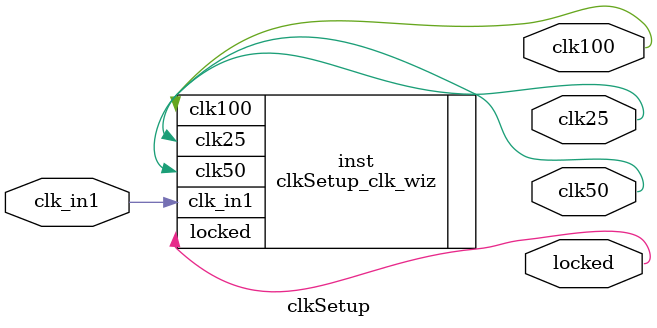
<source format=v>


`timescale 1ps/1ps

(* CORE_GENERATION_INFO = "clkSetup,clk_wiz_v6_0_9_0_0,{component_name=clkSetup,use_phase_alignment=true,use_min_o_jitter=false,use_max_i_jitter=false,use_dyn_phase_shift=false,use_inclk_switchover=false,use_dyn_reconfig=false,enable_axi=0,feedback_source=FDBK_AUTO,PRIMITIVE=MMCM,num_out_clk=3,clkin1_period=10.000,clkin2_period=10.000,use_power_down=false,use_reset=false,use_locked=true,use_inclk_stopped=false,feedback_type=SINGLE,CLOCK_MGR_TYPE=NA,manual_override=false}" *)

module clkSetup 
 (
  // Clock out ports
  output        clk25,
  output        clk50,
  output        clk100,
  // Status and control signals
  output        locked,
 // Clock in ports
  input         clk_in1
 );

  clkSetup_clk_wiz inst
  (
  // Clock out ports  
  .clk25(clk25),
  .clk50(clk50),
  .clk100(clk100),
  // Status and control signals               
  .locked(locked),
 // Clock in ports
  .clk_in1(clk_in1)
  );

endmodule

</source>
